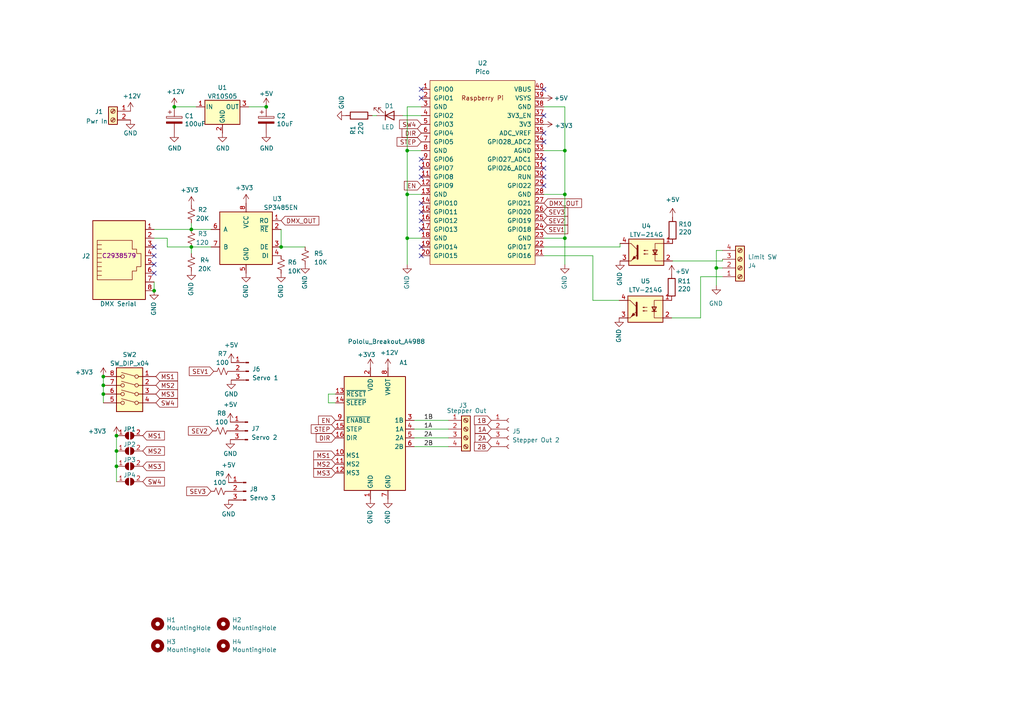
<source format=kicad_sch>
(kicad_sch (version 20230121) (generator eeschema)
  (paper "A4")
  (title_block (title "DMX Stepper") (date "2023-03-12") (rev "v1") (company "Scott Hanson"))
  (lib_symbols
    (symbol "Connector:8P8C" (pin_names (offset 1.016))
      (property "Reference" "J" (at -5.08 13.97 0))
      (property "Value" "8P8C" (at 2.54 13.97 0))
      (symbol "8P8C_0_1"
        (polyline (pts (xy -5.08 4.445) (xy -6.35 4.445)))
        (polyline (pts (xy -5.08 5.715) (xy -6.35 5.715)))
        (polyline (pts (xy -6.35 -3.175) (xy -5.08 -3.175) (xy -5.08 -3.175)))
        (polyline (pts (xy -6.35 -1.905) (xy -5.08 -1.905) (xy -5.08 -1.905)))
        (polyline (pts (xy -6.35 -0.635) (xy -5.08 -0.635) (xy -5.08 -0.635)))
        (polyline (pts (xy -6.35 0.635) (xy -5.08 0.635) (xy -5.08 0.635)))
        (polyline (pts (xy -6.35 1.905) (xy -5.08 1.905) (xy -5.08 1.905)))
        (polyline (pts (xy -5.08 3.175) (xy -6.35 3.175) (xy -6.35 3.175)))
        (polyline (pts (xy -6.35 -4.445) (xy -6.35 6.985) (xy 3.81 6.985) (xy 3.81 4.445) (xy 5.08 4.445) (xy 5.08 3.175) (xy 6.35 3.175) (xy 6.35 -0.635) (xy 5.08 -0.635) (xy 5.08 -1.905) (xy 3.81 -1.905) (xy 3.81 -4.445) (xy -6.35 -4.445) (xy -6.35 -4.445)))
        (rectangle (start 7.62 12.7) (end -7.62 -10.16) (stroke (width 0.254)) (fill (type background)))
      )
      (symbol "8P8C_1_1"
        (pin passive line (at 10.16 -7.62 180) (length 2.54) (name "~") (number "1"))
        (pin passive line (at 10.16 -5.08 180) (length 2.54) (name "~") (number "2"))
        (pin passive line (at 10.16 -2.54 180) (length 2.54) (name "~") (number "3"))
        (pin passive line (at 10.16 0 180) (length 2.54) (name "~") (number "4"))
        (pin passive line (at 10.16 2.54 180) (length 2.54) (name "~") (number "5"))
        (pin passive line (at 10.16 5.08 180) (length 2.54) (name "~") (number "6"))
        (pin passive line (at 10.16 7.62 180) (length 2.54) (name "~") (number "7"))
        (pin passive line (at 10.16 10.16 180) (length 2.54) (name "~") (number "8"))
      )
    )
    (symbol "Connector:Conn_01x03_Pin" (pin_names (offset 1.016) hide)
      (property "Reference" "J" (at 0 5.08 0))
      (property "Value" "Conn_01x03_Pin" (at 0 -5.08 0))
      (symbol "Conn_01x03_Pin_1_1"
        (polyline (pts (xy 1.27 -2.54) (xy 0.8636 -2.54)) (stroke (width 0.1524)))
        (polyline (pts (xy 1.27 0) (xy 0.8636 0)) (stroke (width 0.1524)))
        (polyline (pts (xy 1.27 2.54) (xy 0.8636 2.54)) (stroke (width 0.1524)))
        (rectangle (start 0.8636 -2.413) (end 0 -2.667) (stroke (width 0.1524)) (fill (type outline)))
        (rectangle (start 0.8636 0.127) (end 0 -0.127) (stroke (width 0.1524)) (fill (type outline)))
        (rectangle (start 0.8636 2.667) (end 0 2.413) (stroke (width 0.1524)) (fill (type outline)))
        (pin passive line (at 5.08 2.54 180) (length 3.81) (name "Pin_1") (number "1"))
        (pin passive line (at 5.08 0 180) (length 3.81) (name "Pin_2") (number "2"))
        (pin passive line (at 5.08 -2.54 180) (length 3.81) (name "Pin_3") (number "3"))
      )
    )
    (symbol "Connector:Conn_01x04_Socket" (pin_names (offset 1.016) hide)
      (property "Reference" "J" (at 0 5.08 0))
      (property "Value" "Conn_01x04_Socket" (at 0 -7.62 0))
      (symbol "Conn_01x04_Socket_1_1"
        (arc (start 0 -4.572) (mid -0.5058 -5.08) (end 0 -5.588) (stroke (width 0.1524)))
        (arc (start 0 -2.032) (mid -0.5058 -2.54) (end 0 -3.048) (stroke (width 0.1524)))
        (polyline (pts (xy -1.27 -5.08) (xy -0.508 -5.08)) (stroke (width 0.1524)))
        (polyline (pts (xy -1.27 -2.54) (xy -0.508 -2.54)) (stroke (width 0.1524)))
        (polyline (pts (xy -1.27 0) (xy -0.508 0)) (stroke (width 0.1524)))
        (polyline (pts (xy -1.27 2.54) (xy -0.508 2.54)) (stroke (width 0.1524)))
        (arc (start 0 0.508) (mid -0.5058 0) (end 0 -0.508) (stroke (width 0.1524)))
        (arc (start 0 3.048) (mid -0.5058 2.54) (end 0 2.032) (stroke (width 0.1524)))
        (pin passive line (at -5.08 2.54 0) (length 3.81) (name "Pin_1") (number "1"))
        (pin passive line (at -5.08 0 0) (length 3.81) (name "Pin_2") (number "2"))
        (pin passive line (at -5.08 -2.54 0) (length 3.81) (name "Pin_3") (number "3"))
        (pin passive line (at -5.08 -5.08 0) (length 3.81) (name "Pin_4") (number "4"))
      )
    )
    (symbol "Connector:Screw_Terminal_01x02" (pin_names (offset 1.016) hide)
      (property "Reference" "J" (at 0 2.54 0))
      (property "Value" "Screw_Terminal_01x02" (at 0 -5.08 0))
      (symbol "Screw_Terminal_01x02_1_1"
        (rectangle (start -1.27 1.27) (end 1.27 -3.81) (stroke (width 0.254)) (fill (type background)))
        (circle (center 0 -2.54) (radius 0.635) (stroke (width 0.1524)))
        (polyline (pts (xy -0.5334 -2.2098) (xy 0.3302 -3.048)) (stroke (width 0.1524)))
        (polyline (pts (xy -0.5334 0.3302) (xy 0.3302 -0.508)) (stroke (width 0.1524)))
        (polyline (pts (xy -0.3556 -2.032) (xy 0.508 -2.8702)) (stroke (width 0.1524)))
        (polyline (pts (xy -0.3556 0.508) (xy 0.508 -0.3302)) (stroke (width 0.1524)))
        (circle (center 0 0) (radius 0.635) (stroke (width 0.1524)))
        (pin passive line (at -5.08 0 0) (length 3.81) (name "Pin_1") (number "1"))
        (pin passive line (at -5.08 -2.54 0) (length 3.81) (name "Pin_2") (number "2"))
      )
    )
    (symbol "Connector:Screw_Terminal_01x04" (pin_names (offset 1.016) hide)
      (property "Reference" "J" (at 0 5.08 0))
      (property "Value" "Screw_Terminal_01x04" (at 0 -7.62 0))
      (symbol "Screw_Terminal_01x04_1_1"
        (rectangle (start -1.27 3.81) (end 1.27 -6.35) (stroke (width 0.254)) (fill (type background)))
        (circle (center 0 -5.08) (radius 0.635) (stroke (width 0.1524)))
        (circle (center 0 -2.54) (radius 0.635) (stroke (width 0.1524)))
        (polyline (pts (xy -0.5334 -4.7498) (xy 0.3302 -5.588)) (stroke (width 0.1524)))
        (polyline (pts (xy -0.5334 -2.2098) (xy 0.3302 -3.048)) (stroke (width 0.1524)))
        (polyline (pts (xy -0.5334 0.3302) (xy 0.3302 -0.508)) (stroke (width 0.1524)))
        (polyline (pts (xy -0.5334 2.8702) (xy 0.3302 2.032)) (stroke (width 0.1524)))
        (polyline (pts (xy -0.3556 -4.572) (xy 0.508 -5.4102)) (stroke (width 0.1524)))
        (polyline (pts (xy -0.3556 -2.032) (xy 0.508 -2.8702)) (stroke (width 0.1524)))
        (polyline (pts (xy -0.3556 0.508) (xy 0.508 -0.3302)) (stroke (width 0.1524)))
        (polyline (pts (xy -0.3556 3.048) (xy 0.508 2.2098)) (stroke (width 0.1524)))
        (circle (center 0 0) (radius 0.635) (stroke (width 0.1524)))
        (circle (center 0 2.54) (radius 0.635) (stroke (width 0.1524)))
        (pin passive line (at -5.08 2.54 0) (length 3.81) (name "Pin_1") (number "1"))
        (pin passive line (at -5.08 0 0) (length 3.81) (name "Pin_2") (number "2"))
        (pin passive line (at -5.08 -2.54 0) (length 3.81) (name "Pin_3") (number "3"))
        (pin passive line (at -5.08 -5.08 0) (length 3.81) (name "Pin_4") (number "4"))
      )
    )
    (symbol "Device:C_Polarized" (pin_numbers hide) (pin_names (offset 0.254))
      (property "Reference" "C" (at 0.635 2.54 0))
      (property "Value" "C_Polarized" (at 0.635 -2.54 0))
      (symbol "C_Polarized_0_1"
        (rectangle (start -2.286 0.508) (end 2.286 1.016))
        (polyline (pts (xy -1.778 2.286) (xy -0.762 2.286)))
        (polyline (pts (xy -1.27 2.794) (xy -1.27 1.778)))
        (rectangle (start 2.286 -0.508) (end -2.286 -1.016) (fill (type outline)))
      )
      (symbol "C_Polarized_1_1"
        (pin passive line (at 0 3.81 270) (length 2.794) (name "~") (number "1"))
        (pin passive line (at 0 -3.81 90) (length 2.794) (name "~") (number "2"))
      )
    )
    (symbol "Device:LED" (pin_numbers hide) (pin_names (offset 1.016) hide)
      (property "Reference" "D" (at 0 2.54 0))
      (property "Value" "LED" (at 0 -2.54 0))
      (symbol "LED_0_1"
        (polyline (pts (xy -1.27 -1.27) (xy -1.27 1.27)) (stroke (width 0.254)))
        (polyline (pts (xy -1.27 0) (xy 1.27 0)))
        (polyline (pts (xy 1.27 -1.27) (xy 1.27 1.27) (xy -1.27 0) (xy 1.27 -1.27)) (stroke (width 0.254)))
        (polyline (pts (xy -3.048 -0.762) (xy -4.572 -2.286) (xy -3.81 -2.286) (xy -4.572 -2.286) (xy -4.572 -1.524)))
        (polyline (pts (xy -1.778 -0.762) (xy -3.302 -2.286) (xy -2.54 -2.286) (xy -3.302 -2.286) (xy -3.302 -1.524)))
      )
      (symbol "LED_1_1"
        (pin passive line (at -3.81 0 0) (length 2.54) (name "K") (number "1"))
        (pin passive line (at 3.81 0 180) (length 2.54) (name "A") (number "2"))
      )
    )
    (symbol "Device:R" (pin_numbers hide) (pin_names (offset 0))
      (property "Reference" "R" (at 2.032 0 90))
      (property "Value" "R" (at 0 0 90))
      (symbol "R_0_1"
        (rectangle (start -1.016 -2.54) (end 1.016 2.54) (stroke (width 0.254)))
      )
      (symbol "R_1_1"
        (pin passive line (at 0 3.81 270) (length 1.27) (name "~") (number "1"))
        (pin passive line (at 0 -3.81 90) (length 1.27) (name "~") (number "2"))
      )
    )
    (symbol "Device:R_Small_US" (pin_numbers hide) (pin_names (offset 0.254) hide)
      (property "Reference" "R" (at 0.762 0.508 0))
      (property "Value" "R_Small_US" (at 0.762 -1.016 0))
      (symbol "R_Small_US_1_1"
        (polyline (pts (xy 0 0) (xy 1.016 -0.381) (xy 0 -0.762) (xy -1.016 -1.143) (xy 0 -1.524)))
        (polyline (pts (xy 0 1.524) (xy 1.016 1.143) (xy 0 0.762) (xy -1.016 0.381) (xy 0 0)))
        (pin passive line (at 0 2.54 270) (length 1.016) (name "~") (number "1"))
        (pin passive line (at 0 -2.54 90) (length 1.016) (name "~") (number "2"))
      )
    )
    (symbol "Driver_Motor:Pololu_Breakout_A4988"
      (property "Reference" "A" (at -2.54 19.05 0))
      (property "Value" "Pololu_Breakout_A4988" (at -2.54 16.51 0))
      (symbol "Pololu_Breakout_A4988_0_1"
        (rectangle (start 10.16 -17.78) (end -7.62 15.24) (stroke (width 0.254)) (fill (type background)))
      )
      (symbol "Pololu_Breakout_A4988_1_1"
        (pin power_in line (at 0 -20.32 90) (length 2.54) (name "GND") (number "1"))
        (pin input line (at -10.16 -7.62 0) (length 2.54) (name "MS1") (number "10"))
        (pin input line (at -10.16 -10.16 0) (length 2.54) (name "MS2") (number "11"))
        (pin input line (at -10.16 -12.7 0) (length 2.54) (name "MS3") (number "12"))
        (pin input line (at -10.16 10.16 0) (length 2.54) (name "~{RESET}") (number "13"))
        (pin input line (at -10.16 7.62 0) (length 2.54) (name "~{SLEEP}") (number "14"))
        (pin input line (at -10.16 0 0) (length 2.54) (name "STEP") (number "15"))
        (pin input line (at -10.16 -2.54 0) (length 2.54) (name "DIR") (number "16"))
        (pin power_in line (at 0 17.78 270) (length 2.54) (name "VDD") (number "2"))
        (pin output line (at 12.7 2.54 180) (length 2.54) (name "1B") (number "3"))
        (pin output line (at 12.7 0 180) (length 2.54) (name "1A") (number "4"))
        (pin output line (at 12.7 -2.54 180) (length 2.54) (name "2A") (number "5"))
        (pin output line (at 12.7 -5.08 180) (length 2.54) (name "2B") (number "6"))
        (pin power_in line (at 5.08 -20.32 90) (length 2.54) (name "GND") (number "7"))
        (pin power_in line (at 5.08 17.78 270) (length 2.54) (name "VMOT") (number "8"))
        (pin input line (at -10.16 2.54 0) (length 2.54) (name "~{ENABLE}") (number "9"))
      )
    )
    (symbol "Interface_UART:SP3485EN" (pin_names (offset 1.016))
      (property "Reference" "U" (at -7.62 8.89 0))
      (property "Value" "SP3485EN" (at 2.54 8.89 0))
      (symbol "SP3485EN_0_1"
        (rectangle (start -7.62 7.62) (end 7.62 -7.62) (stroke (width 0.254)) (fill (type background)))
      )
      (symbol "SP3485EN_1_1"
        (pin output line (at -10.16 5.08 0) (length 2.54) (name "RO") (number "1"))
        (pin input line (at -10.16 2.54 0) (length 2.54) (name "~{RE}") (number "2"))
        (pin input line (at -10.16 -2.54 0) (length 2.54) (name "DE") (number "3"))
        (pin input line (at -10.16 -5.08 0) (length 2.54) (name "DI") (number "4"))
        (pin power_in line (at 0 -10.16 90) (length 2.54) (name "GND") (number "5"))
        (pin bidirectional line (at 10.16 2.54 180) (length 2.54) (name "A") (number "6"))
        (pin bidirectional line (at 10.16 -2.54 180) (length 2.54) (name "B") (number "7"))
        (pin power_in line (at 0 10.16 270) (length 2.54) (name "VCC") (number "8"))
      )
    )
    (symbol "Jumper:SolderJumper_2_Open" (pin_names (offset 0) hide)
      (property "Reference" "JP" (at 0 2.032 0))
      (property "Value" "SolderJumper_2_Open" (at 0 -2.54 0))
      (symbol "SolderJumper_2_Open_0_1"
        (arc (start -0.254 1.016) (mid -1.2656 0) (end -0.254 -1.016))
        (arc (start -0.254 1.016) (mid -1.2656 0) (end -0.254 -1.016) (fill (type outline)))
        (polyline (pts (xy -0.254 1.016) (xy -0.254 -1.016)))
        (polyline (pts (xy 0.254 1.016) (xy 0.254 -1.016)))
        (arc (start 0.254 -1.016) (mid 1.2656 0) (end 0.254 1.016))
        (arc (start 0.254 -1.016) (mid 1.2656 0) (end 0.254 1.016) (fill (type outline)))
      )
      (symbol "SolderJumper_2_Open_1_1"
        (pin passive line (at -3.81 0 0) (length 2.54) (name "A") (number "1"))
        (pin passive line (at 3.81 0 180) (length 2.54) (name "B") (number "2"))
      )
    )
    (symbol "LTV-214:LTV-214G" (pin_names (offset 1.016))
      (property "Reference" "U" (at -5.334 4.826 0))
      (property "Value" "LTV-214G" (at 0 5.08 0))
      (symbol "LTV-214G_0_1"
        (rectangle (start -5.08 3.81) (end 5.08 -3.81) (stroke (width 0.254)) (fill (type background)))
        (polyline (pts (xy -3.175 -0.635) (xy -1.905 -0.635)) (stroke (width 0.254)))
        (polyline (pts (xy 2.54 0.635) (xy 4.445 2.54)))
        (polyline (pts (xy 4.445 -2.54) (xy 2.54 -0.635)) (fill (type outline)))
        (polyline (pts (xy 4.445 -2.54) (xy 5.08 -2.54)))
        (polyline (pts (xy 4.445 2.54) (xy 5.08 2.54)))
        (polyline (pts (xy -5.08 2.54) (xy -2.54 2.54) (xy -2.54 -0.762)))
        (polyline (pts (xy -2.54 -0.635) (xy -2.54 -2.54) (xy -5.08 -2.54)))
        (polyline (pts (xy 2.54 1.905) (xy 2.54 -1.905) (xy 2.54 -1.905)) (stroke (width 0.508)))
        (polyline (pts (xy -2.54 -0.635) (xy -3.175 0.635) (xy -1.905 0.635) (xy -2.54 -0.635)) (stroke (width 0.254)))
        (polyline (pts (xy -0.508 -0.508) (xy 0.762 -0.508) (xy 0.381 -0.635) (xy 0.381 -0.381) (xy 0.762 -0.508)))
        (polyline (pts (xy -0.508 0.508) (xy 0.762 0.508) (xy 0.381 0.381) (xy 0.381 0.635) (xy 0.762 0.508)))
        (polyline (pts (xy 3.048 -1.651) (xy 3.556 -1.143) (xy 4.064 -2.159) (xy 3.048 -1.651) (xy 3.048 -1.651)) (fill (type outline)))
      )
      (symbol "LTV-214G_1_1"
        (pin passive line (at -7.62 2.54 0) (length 2.54) (name "~") (number "1"))
        (pin passive line (at -7.62 -2.54 0) (length 2.54) (name "~") (number "2"))
        (pin passive line (at 7.62 -2.54 180) (length 2.54) (name "~") (number "3"))
        (pin passive line (at 7.62 2.54 180) (length 2.54) (name "~") (number "4"))
      )
    )
    (symbol "MCU_RaspberryPi_and_Boards:Pico" (pin_names (offset 1.016))
      (property "Reference" "U1" (at 0 31.75 0))
      (property "Value" "Pico" (at 0 29.21 0))
      (symbol "Pico_0_0"
        (text "Raspberry Pi" (at 0 21.59 0) (effects (font (size 1.27 1.27))))
      )
      (symbol "Pico_0_1"
        (rectangle (start -15.24 26.67) (end 15.24 -26.67) (fill (type background)))
      )
      (symbol "Pico_1_1"
        (pin bidirectional line (at -17.78 24.13 0) (length 2.54) (name "GPIO0") (number "1"))
        (pin bidirectional line (at -17.78 1.27 0) (length 2.54) (name "GPIO7") (number "10"))
        (pin bidirectional line (at -17.78 -1.27 0) (length 2.54) (name "GPIO8") (number "11"))
        (pin bidirectional line (at -17.78 -3.81 0) (length 2.54) (name "GPIO9") (number "12"))
        (pin power_in line (at -17.78 -6.35 0) (length 2.54) (name "GND") (number "13"))
        (pin bidirectional line (at -17.78 -8.89 0) (length 2.54) (name "GPIO10") (number "14"))
        (pin bidirectional line (at -17.78 -11.43 0) (length 2.54) (name "GPIO11") (number "15"))
        (pin bidirectional line (at -17.78 -13.97 0) (length 2.54) (name "GPIO12") (number "16"))
        (pin bidirectional line (at -17.78 -16.51 0) (length 2.54) (name "GPIO13") (number "17"))
        (pin power_in line (at -17.78 -19.05 0) (length 2.54) (name "GND") (number "18"))
        (pin bidirectional line (at -17.78 -21.59 0) (length 2.54) (name "GPIO14") (number "19"))
        (pin bidirectional line (at -17.78 21.59 0) (length 2.54) (name "GPIO1") (number "2"))
        (pin bidirectional line (at -17.78 -24.13 0) (length 2.54) (name "GPIO15") (number "20"))
        (pin bidirectional line (at 17.78 -24.13 180) (length 2.54) (name "GPIO16") (number "21"))
        (pin bidirectional line (at 17.78 -21.59 180) (length 2.54) (name "GPIO17") (number "22"))
        (pin power_in line (at 17.78 -19.05 180) (length 2.54) (name "GND") (number "23"))
        (pin bidirectional line (at 17.78 -16.51 180) (length 2.54) (name "GPIO18") (number "24"))
        (pin bidirectional line (at 17.78 -13.97 180) (length 2.54) (name "GPIO19") (number "25"))
        (pin bidirectional line (at 17.78 -11.43 180) (length 2.54) (name "GPIO20") (number "26"))
        (pin bidirectional line (at 17.78 -8.89 180) (length 2.54) (name "GPIO21") (number "27"))
        (pin power_in line (at 17.78 -6.35 180) (length 2.54) (name "GND") (number "28"))
        (pin bidirectional line (at 17.78 -3.81 180) (length 2.54) (name "GPIO22") (number "29"))
        (pin power_in line (at -17.78 19.05 0) (length 2.54) (name "GND") (number "3"))
        (pin input line (at 17.78 -1.27 180) (length 2.54) (name "RUN") (number "30"))
        (pin bidirectional line (at 17.78 1.27 180) (length 2.54) (name "GPIO26_ADC0") (number "31"))
        (pin bidirectional line (at 17.78 3.81 180) (length 2.54) (name "GPIO27_ADC1") (number "32"))
        (pin power_in line (at 17.78 6.35 180) (length 2.54) (name "AGND") (number "33"))
        (pin bidirectional line (at 17.78 8.89 180) (length 2.54) (name "GPIO28_ADC2") (number "34"))
        (pin unspecified line (at 17.78 11.43 180) (length 2.54) (name "ADC_VREF") (number "35"))
        (pin unspecified line (at 17.78 13.97 180) (length 2.54) (name "3V3") (number "36"))
        (pin input line (at 17.78 16.51 180) (length 2.54) (name "3V3_EN") (number "37"))
        (pin bidirectional line (at 17.78 19.05 180) (length 2.54) (name "GND") (number "38"))
        (pin unspecified line (at 17.78 21.59 180) (length 2.54) (name "VSYS") (number "39"))
        (pin bidirectional line (at -17.78 16.51 0) (length 2.54) (name "GPIO2") (number "4"))
        (pin unspecified line (at 17.78 24.13 180) (length 2.54) (name "VBUS") (number "40"))
        (pin bidirectional line (at -17.78 13.97 0) (length 2.54) (name "GPIO3") (number "5"))
        (pin bidirectional line (at -17.78 11.43 0) (length 2.54) (name "GPIO4") (number "6"))
        (pin bidirectional line (at -17.78 8.89 0) (length 2.54) (name "GPIO5") (number "7"))
        (pin power_in line (at -17.78 6.35 0) (length 2.54) (name "GND") (number "8"))
        (pin bidirectional line (at -17.78 3.81 0) (length 2.54) (name "GPIO6") (number "9"))
      )
    )
    (symbol "Mechanical:MountingHole" (pin_names (offset 1.016))
      (property "Reference" "H" (at 0 5.08 0))
      (property "Value" "MountingHole" (at 0 3.175 0))
      (symbol "MountingHole_0_1"
        (circle (center 0 0) (radius 1.27) (stroke (width 1.27)))
      )
    )
    (symbol "Regulator_Linear:L7805" (pin_names (offset 0.254))
      (property "Reference" "U" (at -3.81 3.175 0))
      (property "Value" "L7805" (at 0 3.175 0))
      (symbol "L7805_0_1"
        (rectangle (start -5.08 1.905) (end 5.08 -5.08) (stroke (width 0.254)) (fill (type background)))
      )
      (symbol "L7805_1_1"
        (pin power_in line (at -7.62 0 0) (length 2.54) (name "IN") (number "1"))
        (pin power_in line (at 0 -7.62 90) (length 2.54) (name "GND") (number "2"))
        (pin power_out line (at 7.62 0 180) (length 2.54) (name "OUT") (number "3"))
      )
    )
    (symbol "Switch:SW_DIP_x04" (pin_names (offset 0) hide)
      (property "Reference" "SW" (at 0 8.89 0))
      (property "Value" "SW_DIP_x04" (at 0 -6.35 0))
      (symbol "SW_DIP_x04_0_0"
        (circle (center -2.032 -2.54) (radius 0.508))
        (circle (center -2.032 0) (radius 0.508))
        (circle (center -2.032 2.54) (radius 0.508))
        (circle (center -2.032 5.08) (radius 0.508))
        (polyline (pts (xy -1.524 -2.3876) (xy 2.3622 -1.3462)))
        (polyline (pts (xy -1.524 0.127) (xy 2.3622 1.1684)))
        (polyline (pts (xy -1.524 2.667) (xy 2.3622 3.7084)))
        (polyline (pts (xy -1.524 5.207) (xy 2.3622 6.2484)))
        (circle (center 2.032 -2.54) (radius 0.508))
        (circle (center 2.032 0) (radius 0.508))
        (circle (center 2.032 2.54) (radius 0.508))
        (circle (center 2.032 5.08) (radius 0.508))
      )
      (symbol "SW_DIP_x04_0_1"
        (rectangle (start -3.81 7.62) (end 3.81 -5.08) (stroke (width 0.254)) (fill (type background)))
      )
      (symbol "SW_DIP_x04_1_1"
        (pin passive line (at -7.62 5.08 0) (length 5.08) (name "~") (number "1"))
        (pin passive line (at -7.62 2.54 0) (length 5.08) (name "~") (number "2"))
        (pin passive line (at -7.62 0 0) (length 5.08) (name "~") (number "3"))
        (pin passive line (at -7.62 -2.54 0) (length 5.08) (name "~") (number "4"))
        (pin passive line (at 7.62 -2.54 180) (length 5.08) (name "~") (number "5"))
        (pin passive line (at 7.62 0 180) (length 5.08) (name "~") (number "6"))
        (pin passive line (at 7.62 2.54 180) (length 5.08) (name "~") (number "7"))
        (pin passive line (at 7.62 5.08 180) (length 5.08) (name "~") (number "8"))
      )
    )
    (symbol "power:+12V" (power) (pin_names (offset 0))
      (property "Value" "+12V" (at 0 3.556 0))
      (symbol "+12V_0_1"
        (polyline (pts (xy -0.762 1.27) (xy 0 2.54)))
        (polyline (pts (xy 0 0) (xy 0 2.54)))
        (polyline (pts (xy 0 2.54) (xy 0.762 1.27)))
      )
      (symbol "+12V_1_1"
        (pin power_in line (at 0 0 90) (length 0) hide (name "+12V") (number "1"))
      )
    )
    (symbol "power:+3.3V" (power) (pin_names (offset 0))
      (property "Value" "+3.3V" (at 0 3.556 0))
      (symbol "+3.3V_0_1"
        (polyline (pts (xy -0.762 1.27) (xy 0 2.54)))
        (polyline (pts (xy 0 0) (xy 0 2.54)))
        (polyline (pts (xy 0 2.54) (xy 0.762 1.27)))
      )
      (symbol "+3.3V_1_1"
        (pin power_in line (at 0 0 90) (length 0) hide (name "+3V3") (number "1"))
      )
    )
    (symbol "power:+5V" (power) (pin_names (offset 0))
      (property "Value" "+5V" (at 0 3.556 0))
      (symbol "+5V_0_1"
        (polyline (pts (xy -0.762 1.27) (xy 0 2.54)))
        (polyline (pts (xy 0 0) (xy 0 2.54)))
        (polyline (pts (xy 0 2.54) (xy 0.762 1.27)))
      )
      (symbol "+5V_1_1"
        (pin power_in line (at 0 0 90) (length 0) hide (name "+5V") (number "1"))
      )
    )
    (symbol "power:GND" (power) (pin_names (offset 0))
      (property "Value" "GND" (at 0 -3.81 0))
      (symbol "GND_0_1"
        (polyline (pts (xy 0 0) (xy 0 -1.27) (xy 1.27 -1.27) (xy 0 -2.54) (xy -1.27 -1.27) (xy 0 -1.27)))
      )
      (symbol "GND_1_1"
        (pin power_in line (at 0 0 270) (length 0) hide (name "GND") (number "1"))
      )
    )
  )
  (junction (at 163.83 56.388))
  (junction (at 55.499 66.548))
  (junction (at 81.534 71.628))
  (junction (at 55.499 71.628))
  (junction (at 207.772 77.724))
  (junction (at 50.546 30.988))
  (junction (at 29.972 109.22))
  (junction (at 118.11 43.688))
  (junction (at 29.972 111.76))
  (junction (at 33.782 130.81))
  (junction (at 118.11 69.088))
  (junction (at 77.216 30.988))
  (junction (at 29.972 114.3))
  (junction (at 163.83 43.688))
  (junction (at 118.11 56.388))
  (junction (at 33.782 135.255))
  (junction (at 163.83 69.088))
  (junction (at 44.704 84.328))
  (junction (at 33.782 126.365))
  (no_connect (at 122.174 46.228))
  (no_connect (at 122.174 71.628))
  (no_connect (at 157.734 25.908))
  (no_connect (at 157.734 53.848))
  (no_connect (at 44.704 71.628))
  (no_connect (at 122.174 51.308))
  (no_connect (at 122.174 66.548))
  (no_connect (at 157.734 41.148))
  (no_connect (at 122.174 58.928))
  (no_connect (at 44.704 74.168))
  (no_connect (at 122.174 74.168))
  (no_connect (at 157.734 38.608))
  (no_connect (at 122.174 64.008))
  (no_connect (at 122.174 28.448))
  (no_connect (at 122.174 48.768))
  (no_connect (at 157.734 33.528))
  (no_connect (at 122.174 25.908))
  (no_connect (at 157.734 51.308))
  (no_connect (at 44.704 76.708))
  (no_connect (at 44.704 79.248))
  (no_connect (at 157.734 46.228))
  (no_connect (at 157.734 48.768))
  (no_connect (at 122.174 61.468))
  (wire (pts (xy 61.214 71.628) (xy 55.499 71.628)))
  (wire (pts (xy 118.11 30.988) (xy 118.11 43.688)))
  (wire (pts (xy 44.704 81.788) (xy 44.704 84.328)))
  (wire (pts (xy 55.499 66.548) (xy 61.214 66.548)))
  (wire (pts (xy 81.534 66.548) (xy 81.534 71.628)))
  (wire (pts (xy 157.734 56.388) (xy 163.83 56.388)))
  (wire (pts (xy 29.972 114.3) (xy 29.972 116.84)))
  (wire (pts (xy 118.11 69.088) (xy 118.11 76.708)))
  (wire (pts (xy 207.772 72.644) (xy 207.772 77.724)))
  (wire (pts (xy 56.896 30.988) (xy 50.546 30.988)))
  (wire (pts (xy 157.734 74.168) (xy 171.958 74.168)))
  (wire (pts (xy 163.83 56.388) (xy 163.83 69.088)))
  (wire (pts (xy 130.048 121.92) (xy 120.142 121.92)))
  (wire (pts (xy 203.2 92.202) (xy 203.2 80.264)))
  (wire (pts (xy 171.958 87.122) (xy 179.578 87.122)))
  (wire (pts (xy 157.734 43.688) (xy 163.83 43.688)))
  (wire (pts (xy 157.734 61.468) (xy 157.607 61.468)))
  (wire (pts (xy 203.2 80.264) (xy 209.55 80.264)))
  (wire (pts (xy 179.832 71.628) (xy 179.832 70.612)))
  (wire (pts (xy 33.782 135.255) (xy 33.782 139.7)))
  (wire (pts (xy 209.55 72.644) (xy 207.772 72.644)))
  (wire (pts (xy 29.972 111.76) (xy 29.972 114.3)))
  (wire (pts (xy 157.734 28.448) (xy 157.607 28.448)))
  (wire (pts (xy 195.072 75.692) (xy 209.55 75.692)))
  (wire (pts (xy 207.772 82.804) (xy 207.772 77.724)))
  (wire (pts (xy 29.972 109.22) (xy 29.972 111.76)))
  (wire (pts (xy 55.499 64.643) (xy 55.499 66.548)))
  (wire (pts (xy 157.734 71.628) (xy 179.832 71.628)))
  (wire (pts (xy 118.11 43.688) (xy 118.11 56.388)))
  (wire (pts (xy 48.514 69.088) (xy 44.704 69.088)))
  (wire (pts (xy 95.25 116.84) (xy 97.282 116.84)))
  (wire (pts (xy 122.174 56.388) (xy 118.11 56.388)))
  (wire (pts (xy 157.734 36.068) (xy 157.607 36.068)))
  (wire (pts (xy 116.84 33.528) (xy 122.174 33.528)))
  (wire (pts (xy 209.55 75.692) (xy 209.55 75.184)))
  (wire (pts (xy 109.22 33.528) (xy 107.95 33.528)))
  (wire (pts (xy 163.83 69.088) (xy 163.83 76.708)))
  (wire (pts (xy 48.514 71.628) (xy 48.514 69.088)))
  (wire (pts (xy 207.772 77.724) (xy 209.55 77.724)))
  (wire (pts (xy 130.048 124.46) (xy 120.142 124.46)))
  (wire (pts (xy 157.734 66.548) (xy 157.607 66.548)))
  (wire (pts (xy 194.818 92.202) (xy 203.2 92.202)))
  (wire (pts (xy 163.83 30.988) (xy 163.83 43.688)))
  (wire (pts (xy 55.499 71.628) (xy 55.499 73.533)))
  (wire (pts (xy 55.499 71.628) (xy 48.514 71.628)))
  (wire (pts (xy 163.83 43.688) (xy 163.83 56.388)))
  (wire (pts (xy 97.282 114.3) (xy 95.25 114.3)))
  (wire (pts (xy 95.25 114.3) (xy 95.25 116.84)))
  (wire (pts (xy 157.734 30.988) (xy 163.83 30.988)))
  (wire (pts (xy 81.534 71.628) (xy 88.519 71.628)))
  (wire (pts (xy 33.782 126.365) (xy 33.782 130.81)))
  (wire (pts (xy 122.174 30.988) (xy 118.11 30.988)))
  (wire (pts (xy 33.782 130.81) (xy 33.782 135.255)))
  (wire (pts (xy 44.704 66.548) (xy 55.499 66.548)))
  (wire (pts (xy 157.734 69.088) (xy 163.83 69.088)))
  (wire (pts (xy 157.734 64.008) (xy 157.607 64.008)))
  (wire (pts (xy 171.958 74.168) (xy 171.958 87.122)))
  (wire (pts (xy 72.136 30.988) (xy 77.216 30.988)))
  (wire (pts (xy 122.174 69.088) (xy 118.11 69.088)))
  (wire (pts (xy 122.174 43.688) (xy 118.11 43.688)))
  (wire (pts (xy 130.048 127) (xy 120.142 127)))
  (wire (pts (xy 130.048 129.54) (xy 120.142 129.54)))
  (wire (pts (xy 118.11 56.388) (xy 118.11 69.088)))
  (label "2B" (at 122.936 129.54 0))
  (label "1B" (at 122.936 121.92 0))
  (label "1A" (at 122.936 124.46 0))
  (label "2A" (at 122.936 127 0))
  (global_label "SEV3" (shape input) (at 61.214 142.494 180) (property "Intersheetrefs" "${INTERSHEET_REFS}" (effects hide)))
  (global_label "MS2" (shape input) (at 97.282 134.62 180) (property "Intersheetrefs" "${INTERSHEET_REFS}" (effects hide)))
  (global_label "SEV3" (shape input) (at 157.607 61.468 0) (property "Intersheetrefs" "${INTERSHEET_REFS}" (effects hide)))
  (global_label "MS2" (shape input) (at 41.402 130.81 0) (property "Intersheetrefs" "${INTERSHEET_REFS}" (effects hide)))
  (global_label "MS3" (shape input) (at 41.402 135.255 0) (property "Intersheetrefs" "${INTERSHEET_REFS}" (effects hide)))
  (global_label "DIR" (shape input) (at 97.282 127 180) (property "Intersheetrefs" "${INTERSHEET_REFS}" (effects hide)))
  (global_label "SEV2" (shape input) (at 157.607 64.008 0) (property "Intersheetrefs" "${INTERSHEET_REFS}" (effects hide)))
  (global_label "SEV2" (shape input) (at 61.722 124.968 180) (property "Intersheetrefs" "${INTERSHEET_REFS}" (effects hide)))
  (global_label "1B" (shape input) (at 142.494 121.92 180) (property "Intersheetrefs" "${INTERSHEET_REFS}" (effects hide)))
  (global_label "STEP" (shape input) (at 97.282 124.46 180) (property "Intersheetrefs" "${INTERSHEET_REFS}" (effects hide)))
  (global_label "SW4" (shape input) (at 41.402 139.7 0) (property "Intersheetrefs" "${INTERSHEET_REFS}" (effects hide)))
  (global_label "EN" (shape input) (at 97.282 121.92 180) (property "Intersheetrefs" "${INTERSHEET_REFS}" (effects hide)))
  (global_label "SEV1" (shape input) (at 61.976 107.696 180) (property "Intersheetrefs" "${INTERSHEET_REFS}" (effects hide)))
  (global_label "SW4" (shape input) (at 45.212 116.84 0) (property "Intersheetrefs" "${INTERSHEET_REFS}" (effects hide)))
  (global_label "MS1" (shape input) (at 45.212 109.22 0) (property "Intersheetrefs" "${INTERSHEET_REFS}" (effects hide)))
  (global_label "MS1" (shape input) (at 97.282 132.08 180) (property "Intersheetrefs" "${INTERSHEET_REFS}" (effects hide)))
  (global_label "MS2" (shape input) (at 45.212 111.76 0) (property "Intersheetrefs" "${INTERSHEET_REFS}" (effects hide)))
  (global_label "SW4" (shape input) (at 122.174 36.068 180) (property "Intersheetrefs" "${INTERSHEET_REFS}" (effects hide)))
  (global_label "EN" (shape input) (at 122.174 53.848 180) (property "Intersheetrefs" "${INTERSHEET_REFS}" (effects hide)))
  (global_label "DIR" (shape input) (at 122.174 38.608 180) (property "Intersheetrefs" "${INTERSHEET_REFS}" (effects hide)))
  (global_label "MS3" (shape input) (at 45.212 114.3 0) (property "Intersheetrefs" "${INTERSHEET_REFS}" (effects hide)))
  (global_label "DMX_OUT" (shape input) (at 81.534 64.008 0) (property "Intersheetrefs" "${INTERSHEET_REFS}" (effects hide)))
  (global_label "DMX_OUT" (shape input) (at 157.734 58.928 0) (property "Intersheetrefs" "${INTERSHEET_REFS}" (effects hide)))
  (global_label "MS1" (shape input) (at 41.402 126.365 0) (property "Intersheetrefs" "${INTERSHEET_REFS}" (effects hide)))
  (global_label "MS3" (shape input) (at 97.282 137.16 180) (property "Intersheetrefs" "${INTERSHEET_REFS}" (effects hide)))
  (global_label "1A" (shape input) (at 142.494 124.46 180) (property "Intersheetrefs" "${INTERSHEET_REFS}" (effects hide)))
  (global_label "SEV1" (shape input) (at 157.607 66.548 0) (property "Intersheetrefs" "${INTERSHEET_REFS}" (effects hide)))
  (global_label "2A" (shape input) (at 142.494 127 180) (property "Intersheetrefs" "${INTERSHEET_REFS}" (effects hide)))
  (global_label "STEP" (shape input) (at 122.174 41.148 180) (property "Intersheetrefs" "${INTERSHEET_REFS}" (effects hide)))
  (global_label "2B" (shape input) (at 142.494 129.54 180) (property "Intersheetrefs" "${INTERSHEET_REFS}" (effects hide)))
  (symbol (lib_id "Connector:Screw_Terminal_01x02") (at 32.766 32.258 0) (mirror y) (unit 1)
    (property "Reference" "J1" (at 28.702 32.385 0))
    (property "Value" "Pwr In" (at 28.067 35.179 0))
    (property "Footprint" "PicoDMXStepper:BARRIER_BLOCK_1ROW_2POS_P8.26MM" (effects hide))
    (property "LCSC" "C306200" (effects hide))
  )
  (symbol (lib_id "power:GND") (at 37.846 34.798 0) (unit 1)
    (property "Reference" "#PWR07" (effects hide))
    (property "Value" "GND" (at 37.846 38.608 0))
  )
  (symbol (lib_id "power:+5V") (at 77.216 30.988 0) (unit 1)
    (property "Reference" "#PWR05" (effects hide))
    (property "Value" "+5V" (at 77.216 27.178 0))
  )
  (symbol (lib_id "power:+3.3V") (at 157.607 36.068 270) (unit 1)
    (property "Reference" "#PWR03" (effects hide))
    (property "Value" "+3.3V" (at 160.8582 36.449 90) (effects (justify left)))
  )
  (symbol (lib_id "power:GND") (at 71.374 79.248 0) (unit 1)
    (property "Reference" "#PWR018" (effects hide))
    (property "Value" "GND" (at 71.247 84.455 90))
  )
  (symbol (lib_id "Device:C_Polarized") (at 50.546 34.798 0) (unit 1)
    (property "Reference" "C1" (at 53.5432 33.6296 0) (effects (justify left)))
    (property "Value" "100uF" (at 53.5432 35.941 0) (effects (justify left)))
    (property "Footprint" "Capacitor_SMD:C_Elec_8x10.2" (effects hide))
    (property "LCSC" "C445063" (effects hide))
  )
  (symbol (lib_id "Device:C_Polarized") (at 77.216 34.798 0) (unit 1)
    (property "Reference" "C2" (at 80.2132 33.6296 0) (effects (justify left)))
    (property "Value" "10uF" (at 80.2132 35.941 0) (effects (justify left)))
    (property "Footprint" "Capacitor_SMD:C_0603_1608Metric_Pad1.08x0.95mm_HandSolder" (effects hide))
    (property "LCSC" "C19702" (effects hide))
  )
  (symbol (lib_id "power:+12V") (at 50.546 30.988 0) (unit 1)
    (property "Reference" "#PWR04" (effects hide))
    (property "Value" "+12V" (at 50.927 26.5938 0))
  )
  (symbol (lib_id "power:+12V") (at 37.846 32.258 0) (unit 1)
    (property "Reference" "#PWR06" (effects hide))
    (property "Value" "+12V" (at 38.227 27.8638 0))
  )
  (symbol (lib_id "power:GND") (at 77.216 38.608 0) (unit 1)
    (property "Reference" "#PWR011" (effects hide))
    (property "Value" "GND" (at 77.343 43.0022 0))
  )
  (symbol (lib_id "power:GND") (at 64.516 38.608 0) (unit 1)
    (property "Reference" "#PWR010" (effects hide))
    (property "Value" "GND" (at 64.643 43.0022 0))
  )
  (symbol (lib_id "power:GND") (at 50.546 38.608 0) (unit 1)
    (property "Reference" "#PWR09" (effects hide))
    (property "Value" "GND" (at 50.673 43.0022 0))
  )
  (symbol (lib_id "Connector:8P8C") (at 34.544 74.168 0) (mirror x) (unit 1)
    (property "Reference" "J2" (at 26.162 74.2696 0) (effects (justify right)))
    (property "Value" "DMX Serial" (at 39.624 88.138 0) (effects (justify right)))
    (property "Footprint" "PicoDMXStepper:RJ45_Amphenol_54602-x08_Horizontal" (effects hide))
    (property "LCSC" "C2938579" (at 34.544 74.168 0))
  )
  (symbol (lib_id "Mechanical:MountingHole") (at 45.72 180.975 0) (unit 1) (in_bom no)
    (property "Reference" "H1" (at 48.26 179.8066 0) (effects (justify left)))
    (property "Value" "MountingHole" (at 48.26 182.118 0) (effects (justify left)))
    (property "Footprint" "MountingHole:MountingHole_3.7mm" (effects hide))
  )
  (symbol (lib_id "Mechanical:MountingHole") (at 64.77 180.975 0) (unit 1) (in_bom no)
    (property "Reference" "H2" (at 67.31 179.8066 0) (effects (justify left)))
    (property "Value" "MountingHole" (at 67.31 182.118 0) (effects (justify left)))
    (property "Footprint" "MountingHole:MountingHole_3.7mm" (effects hide))
  )
  (symbol (lib_id "Mechanical:MountingHole") (at 45.72 187.325 0) (unit 1) (in_bom no)
    (property "Reference" "H3" (at 48.26 186.1566 0) (effects (justify left)))
    (property "Value" "MountingHole" (at 48.26 188.468 0) (effects (justify left)))
    (property "Footprint" "MountingHole:MountingHole_3.7mm" (effects hide))
  )
  (symbol (lib_id "Mechanical:MountingHole") (at 64.77 187.325 0) (unit 1) (in_bom no)
    (property "Reference" "H4" (at 67.31 186.1566 0) (effects (justify left)))
    (property "Value" "MountingHole" (at 67.31 188.468 0) (effects (justify left)))
    (property "Footprint" "MountingHole:MountingHole_3.7mm" (effects hide))
  )
  (symbol (lib_id "power:+5V") (at 194.818 79.502 0) (mirror y) (unit 1)
    (property "Reference" "#PWR034" (effects hide))
    (property "Value" "+5V" (at 197.866 78.74 0))
  )
  (symbol (lib_id "power:GND") (at 207.772 82.804 0) (unit 1)
    (property "Reference" "#PWR027" (effects hide))
    (property "Value" "GND" (at 207.645 88.011 0))
  )
  (symbol (lib_id "Device:R_Small_US") (at 81.534 76.708 0) (unit 1)
    (property "Reference" "R6" (at 83.439 76.073 0) (effects (justify left)))
    (property "Value" "10K" (at 83.439 78.613 0) (effects (justify left)))
    (property "Footprint" "Resistor_SMD:R_0603_1608Metric_Pad0.98x0.95mm_HandSolder" (effects hide))
    (property "LCSC" "C25804" (effects hide))
  )
  (symbol (lib_id "Device:R_Small_US") (at 64.516 107.696 90) (unit 1)
    (property "Reference" "R7" (at 64.516 102.616 90))
    (property "Value" "100" (at 64.516 105.156 90))
    (property "Footprint" "Resistor_SMD:R_0603_1608Metric_Pad0.98x0.95mm_HandSolder" (effects hide))
  )
  (symbol (lib_id "Jumper:SolderJumper_2_Open") (at 37.592 135.255 0) (unit 1) (in_bom no)
    (property "Reference" "JP3" (at 37.592 133.35 0))
    (property "Value" "MS3" (effects hide))
    (property "Footprint" "Jumper:SolderJumper-2_P1.3mm_Open_Pad1.0x1.5mm" (effects hide))
  )
  (symbol (lib_id "Regulator_Linear:L7805") (at 64.516 30.988 0) (unit 1)
    (property "Reference" "U1" (at 64.516 25.4 0))
    (property "Value" "VR10S05" (at 64.516 27.94 0))
    (property "Footprint" "PicoDMXStepper:VR10S05" (effects hide))
    (property "Datasheet" "http://www.st.com/content/ccc/resource/technical/document/datasheet/41/4f/b3/b0/12/d4/47/88/CD00000444.pdf/files/CD00000444.pdf/jcr:content/translations/en.CD00000444.pdf" (effects hide))
    (property "Digi-Key_PN" "1470-VR10S05-ND" (effects hide))
    (property "MPN" "VR10S05" (effects hide))
  )
  (symbol (lib_id "power:+5V") (at 195.072 62.992 0) (mirror y) (unit 1)
    (property "Reference" "#PWR033" (effects hide))
    (property "Value" "+5V" (at 195.072 57.912 0))
  )
  (symbol (lib_id "power:GND") (at 118.11 76.708 0) (unit 1)
    (property "Reference" "#PWR012" (effects hide))
    (property "Value" "GND" (at 117.983 81.915 90))
  )
  (symbol (lib_id "power:GND") (at 112.522 144.78 0) (unit 1)
    (property "Reference" "#PWR025" (effects hide))
    (property "Value" "GND" (at 112.395 149.987 90))
  )
  (symbol (lib_id "LTV-214:LTV-214G") (at 187.198 89.662 0) (mirror y) (unit 1)
    (property "Reference" "U5" (at 187.198 81.534 0))
    (property "Value" "LTV-214G" (at 187.198 84.074 0))
    (property "Footprint" "PicoDMXStepper:LTV214" (effects hide))
    (property "LCSC" "C133122" (effects hide))
  )
  (symbol (lib_id "power:+5V") (at 67.056 105.156 0) (unit 1)
    (property "Reference" "#PWR029" (effects hide))
    (property "Value" "+5V" (at 67.056 100.076 0))
  )
  (symbol (lib_id "Device:LED") (at 113.03 33.528 0) (mirror x) (unit 1)
    (property "Reference" "D1" (at 112.903 30.734 0))
    (property "Value" "LED" (at 112.522 36.83 0))
    (property "Footprint" "LED_SMD:LED_0603_1608Metric_Pad1.05x0.95mm_HandSolder" (effects hide))
    (property "LCSC" "C72043" (effects hide))
  )
  (symbol (lib_id "LTV-214:LTV-214G") (at 187.452 73.152 0) (mirror y) (unit 1)
    (property "Reference" "U4" (at 187.452 65.532 0))
    (property "Value" "LTV-214G" (at 187.452 68.072 0))
    (property "Footprint" "PicoDMXStepper:LTV214" (effects hide))
    (property "LCSC" "C133122" (effects hide))
  )
  (symbol (lib_id "power:GND") (at 179.832 75.692 0) (unit 1)
    (property "Reference" "#PWR035" (effects hide))
    (property "Value" "GND" (at 179.705 80.899 90))
  )
  (symbol (lib_id "power:GND") (at 163.83 76.708 0) (unit 1)
    (property "Reference" "#PWR013" (effects hide))
    (property "Value" "GND" (at 163.703 81.915 90))
  )
  (symbol (lib_id "Device:R_Small_US") (at 55.499 76.073 0) (unit 1)
    (property "Reference" "R4" (at 58.039 75.438 0) (effects (justify left)))
    (property "Value" "20K" (at 57.404 77.978 0) (effects (justify left)))
    (property "Footprint" "Resistor_SMD:R_0603_1608Metric_Pad0.98x0.95mm_HandSolder" (effects hide))
    (property "LCSC_PN" "C4184" (effects hide))
    (property "LCSC" "C4184" (effects hide))
  )
  (symbol (lib_id "Connector:Conn_01x03_Pin") (at 71.374 142.494 0) (mirror y) (unit 1)
    (property "Reference" "J8" (at 72.39 141.859 0) (effects (justify right)))
    (property "Value" "Servo 3" (at 72.39 144.399 0) (effects (justify right)))
    (property "Footprint" "Connector_PinHeader_2.54mm:PinHeader_1x03_P2.54mm_Vertical" (effects hide))
  )
  (symbol (lib_id "power:GND") (at 179.578 92.202 0) (unit 1)
    (property "Reference" "#PWR036" (effects hide))
    (property "Value" "GND" (at 179.451 97.409 90))
  )
  (symbol (lib_id "Connector:Conn_01x03_Pin") (at 71.882 124.968 0) (mirror y) (unit 1)
    (property "Reference" "J7" (at 72.898 124.333 0) (effects (justify right)))
    (property "Value" "Servo 2" (at 72.898 126.873 0) (effects (justify right)))
    (property "Footprint" "Connector_PinHeader_2.54mm:PinHeader_1x03_P2.54mm_Vertical" (effects hide))
  )
  (symbol (lib_id "power:GND") (at 81.534 79.248 0) (unit 1)
    (property "Reference" "#PWR019" (effects hide))
    (property "Value" "GND" (at 81.407 84.455 90))
  )
  (symbol (lib_id "power:+12V") (at 112.522 106.68 0) (unit 1)
    (property "Reference" "#PWR021" (effects hide))
    (property "Value" "+12V" (at 112.903 102.2858 0))
  )
  (symbol (lib_id "power:GND") (at 107.442 144.78 0) (unit 1)
    (property "Reference" "#PWR024" (effects hide))
    (property "Value" "GND" (at 107.315 149.987 90))
  )
  (symbol (lib_id "Device:R_Small_US") (at 63.754 142.494 90) (unit 1)
    (property "Reference" "R9" (at 63.754 137.414 90))
    (property "Value" "100" (at 63.754 139.954 90))
    (property "Footprint" "Resistor_SMD:R_0603_1608Metric_Pad0.98x0.95mm_HandSolder" (effects hide))
  )
  (symbol (lib_id "power:GND") (at 66.802 127.508 0) (unit 1)
    (property "Reference" "#PWR08" (effects hide))
    (property "Value" "GND" (at 66.802 131.572 0))
  )
  (symbol (lib_id "Device:R") (at 194.818 83.312 0) (mirror y) (unit 1)
    (property "Reference" "R11" (at 200.406 81.534 0) (effects (justify left)))
    (property "Value" "220" (at 200.406 83.82 0) (effects (justify left)))
    (property "Footprint" "Resistor_SMD:R_0603_1608Metric_Pad0.98x0.95mm_HandSolder" (effects hide))
    (property "LCSC" "C23345" (effects hide))
  )
  (symbol (lib_id "MCU_RaspberryPi_and_Boards:Pico") (at 139.954 50.038 0) (unit 1)
    (property "Reference" "U2" (at 139.954 18.288 0))
    (property "Value" "Pico" (at 139.954 20.828 0))
    (property "Footprint" "MCU_RaspberryPi_and_Boards:RPi_Pico_SMD_TH" (effects hide))
  )
  (symbol (lib_id "Jumper:SolderJumper_2_Open") (at 37.592 130.81 0) (unit 1) (in_bom no)
    (property "Reference" "JP2" (at 37.592 128.905 0))
    (property "Value" "MS2" (effects hide))
    (property "Footprint" "Jumper:SolderJumper-2_P1.3mm_Open_Pad1.0x1.5mm" (effects hide))
  )
  (symbol (lib_id "power:+3.3V") (at 29.972 109.22 0) (unit 1)
    (property "Reference" "#PWR023" (effects hide))
    (property "Value" "+3.3V" (at 21.717 107.95 0) (effects (justify left)))
  )
  (symbol (lib_id "Switch:SW_DIP_x04") (at 37.592 114.3 0) (mirror y) (unit 1)
    (property "Reference" "SW2" (at 37.592 102.87 0))
    (property "Value" "SW_DIP_x04" (at 37.592 105.41 0))
    (property "Footprint" "Button_Switch_THT:SW_DIP_SPSTx04_Slide_6.7x11.72mm_W7.62mm_P2.54mm_LowProfile" (effects hide))
    (property "LCSC" "C509571" (effects hide))
  )
  (symbol (lib_id "power:+3.3V") (at 71.374 58.928 0) (unit 1)
    (property "Reference" "#PWR014" (effects hide))
    (property "Value" "+3.3V" (at 68.199 54.483 0) (effects (justify left)))
  )
  (symbol (lib_id "Connector:Screw_Terminal_01x04") (at 135.128 124.46 0) (unit 1)
    (property "Reference" "J3" (at 133.096 117.602 0) (effects (justify left)))
    (property "Value" "Stepper Out" (at 129.54 119.126 0) (effects (justify left)))
    (property "Footprint" "TerminalBlock_Phoenix:TerminalBlock_Phoenix_MKDS-1,5-4_1x04_P5.00mm_Horizontal" (effects hide))
    (property "LCSC" "C192779" (effects hide))
  )
  (symbol (lib_id "Connector:Conn_01x03_Pin") (at 72.136 107.696 0) (mirror y) (unit 1)
    (property "Reference" "J6" (at 73.152 107.061 0) (effects (justify right)))
    (property "Value" "Servo 1" (at 73.152 109.601 0) (effects (justify right)))
    (property "Footprint" "Connector_PinHeader_2.54mm:PinHeader_1x03_P2.54mm_Vertical" (effects hide))
  )
  (symbol (lib_id "Jumper:SolderJumper_2_Open") (at 37.592 126.365 0) (unit 1) (in_bom no)
    (property "Reference" "JP1" (at 37.592 124.46 0))
    (property "Value" "MS1" (effects hide))
    (property "Footprint" "Jumper:SolderJumper-2_P1.3mm_Open_Pad1.0x1.5mm" (effects hide))
  )
  (symbol (lib_id "power:+5V") (at 66.802 122.428 0) (unit 1)
    (property "Reference" "#PWR030" (effects hide))
    (property "Value" "+5V" (at 66.802 117.348 0))
  )
  (symbol (lib_id "Device:R_Small_US") (at 88.519 74.168 0) (unit 1)
    (property "Reference" "R5" (at 91.059 73.533 0) (effects (justify left)))
    (property "Value" "10K" (at 91.059 76.073 0) (effects (justify left)))
    (property "Footprint" "Resistor_SMD:R_0603_1608Metric_Pad0.98x0.95mm_HandSolder" (effects hide))
    (property "LCSC" "C25804" (effects hide))
  )
  (symbol (lib_id "Interface_UART:SP3485EN") (at 71.374 69.088 0) (mirror y) (unit 1)
    (property "Reference" "U3" (at 78.994 57.658 0) (effects (justify right)))
    (property "Value" "SP3485EN" (at 76.454 60.198 0) (effects (justify right)))
    (property "Footprint" "Package_SO:SOIC-8_3.9x4.9mm_P1.27mm" (effects hide))
    (property "Datasheet" "http://www.icbase.com/pdf/SPX/SPX00480106.pdf" (effects hide))
    (property "LCSC_PN" "C8963" (effects hide))
    (property "LCSC" "C8963" (effects hide))
  )
  (symbol (lib_id "power:+5V") (at 157.607 28.448 270) (unit 1)
    (property "Reference" "#PWR01" (effects hide))
    (property "Value" "+5V" (at 162.687 28.448 90))
  )
  (symbol (lib_id "Device:R_Small_US") (at 64.262 124.968 90) (unit 1)
    (property "Reference" "R8" (at 64.262 119.888 90))
    (property "Value" "100" (at 64.262 122.428 90))
    (property "Footprint" "Resistor_SMD:R_0603_1608Metric_Pad0.98x0.95mm_HandSolder" (effects hide))
  )
  (symbol (lib_id "Device:R") (at 195.072 66.802 0) (mirror y) (unit 1)
    (property "Reference" "R10" (at 200.66 65.024 0) (effects (justify left)))
    (property "Value" "220" (at 200.66 67.31 0) (effects (justify left)))
    (property "Footprint" "Resistor_SMD:R_0603_1608Metric_Pad0.98x0.95mm_HandSolder" (effects hide))
    (property "LCSC" "C23345" (effects hide))
  )
  (symbol (lib_id "Device:R_Small_US") (at 55.499 69.088 0) (unit 1)
    (property "Reference" "R3" (at 57.404 67.818 0) (effects (justify left)))
    (property "Value" "120" (at 56.769 70.358 0) (effects (justify left)))
    (property "Footprint" "Resistor_SMD:R_0603_1608Metric_Pad0.98x0.95mm_HandSolder" (effects hide))
    (property "LCSC" "C72043" (effects hide))
  )
  (symbol (lib_id "power:GND") (at 55.499 78.613 0) (unit 1)
    (property "Reference" "#PWR017" (effects hide))
    (property "Value" "GND" (at 55.372 83.82 90))
  )
  (symbol (lib_id "power:GND") (at 88.519 76.708 0) (unit 1)
    (property "Reference" "#PWR016" (effects hide))
    (property "Value" "GND" (at 88.392 81.915 90))
  )
  (symbol (lib_id "Jumper:SolderJumper_2_Open") (at 37.592 139.7 0) (unit 1) (in_bom no)
    (property "Reference" "JP4" (at 37.592 137.795 0))
    (property "Value" "SW4" (effects hide))
    (property "Footprint" "Jumper:SolderJumper-2_P1.3mm_Open_Pad1.0x1.5mm" (effects hide))
  )
  (symbol (lib_id "Device:R") (at 104.14 33.528 90) (unit 1)
    (property "Reference" "R1" (at 102.362 39.116 0) (effects (justify left)))
    (property "Value" "220" (at 104.648 39.116 0) (effects (justify left)))
    (property "Footprint" "Resistor_SMD:R_0603_1608Metric_Pad0.98x0.95mm_HandSolder" (effects hide))
    (property "LCSC" "C23345" (effects hide))
  )
  (symbol (lib_id "Connector:Screw_Terminal_01x04") (at 214.63 77.724 0) (mirror x) (unit 1)
    (property "Reference" "J4" (at 216.916 77.089 0) (effects (justify left)))
    (property "Value" "Limit SW" (at 216.916 74.549 0) (effects (justify left)))
    (property "Footprint" "Connector_Phoenix_MC:PhoenixContact_MCV_1,5_4-G-3.81_1x04_P3.81mm_Vertical" (effects hide))
    (property "LCSC_PN" "C430599" (effects hide))
    (property "LCSC" "C69809" (effects hide))
  )
  (symbol (lib_id "power:+3.3V") (at 55.499 59.563 0) (unit 1)
    (property "Reference" "#PWR015" (effects hide))
    (property "Value" "+3.3V" (at 52.324 55.118 0) (effects (justify left)))
  )
  (symbol (lib_id "power:+3.3V") (at 107.442 106.68 0) (unit 1)
    (property "Reference" "#PWR020" (effects hide))
    (property "Value" "+3.3V" (at 103.632 102.87 0) (effects (justify left)))
  )
  (symbol (lib_id "power:+5V") (at 66.294 139.954 0) (unit 1)
    (property "Reference" "#PWR031" (effects hide))
    (property "Value" "+5V" (at 66.294 134.874 0))
  )
  (symbol (lib_id "power:GND") (at 100.33 33.528 270) (unit 1)
    (property "Reference" "#PWR02" (effects hide))
    (property "Value" "GND" (at 99.06 29.718 0))
  )
  (symbol (lib_id "power:GND") (at 67.056 110.236 0) (unit 1)
    (property "Reference" "#PWR028" (effects hide))
    (property "Value" "GND" (at 67.056 114.3 0))
  )
  (symbol (lib_id "power:GND") (at 66.294 145.034 0) (unit 1)
    (property "Reference" "#PWR032" (effects hide))
    (property "Value" "GND" (at 66.294 149.098 0))
  )
  (symbol (lib_id "Device:R_Small_US") (at 55.499 62.103 0) (unit 1)
    (property "Reference" "R2" (at 57.404 60.833 0) (effects (justify left)))
    (property "Value" "20K" (at 56.769 63.373 0) (effects (justify left)))
    (property "Footprint" "Resistor_SMD:R_0603_1608Metric_Pad0.98x0.95mm_HandSolder" (effects hide))
    (property "LCSC_PN" "C4184" (effects hide))
    (property "LCSC" "C4184" (effects hide))
  )
  (symbol (lib_id "power:GND") (at 44.704 84.328 0) (unit 1)
    (property "Reference" "#PWR022" (effects hide))
    (property "Value" "GND" (at 44.577 89.535 90))
  )
  (symbol (lib_id "Driver_Motor:Pololu_Breakout_A4988") (at 107.442 124.46 0) (unit 1)
    (property "Reference" "A1" (at 115.824 105.156 0) (effects (justify left)))
    (property "Value" "Pololu_Breakout_A4988" (at 100.838 99.06 0) (effects (justify left)))
    (property "Footprint" "Module:Pololu_Breakout-16_15.2x20.3mm" (effects hide))
    (property "Datasheet" "https://www.pololu.com/product/2980/pictures" (effects hide))
  )
  (symbol (lib_id "power:+3.3V") (at 33.782 126.365 0) (unit 1)
    (property "Reference" "#PWR026" (effects hide))
    (property "Value" "+3.3V" (at 25.527 125.095 0) (effects (justify left)))
  )
  (symbol (lib_id "Connector:Conn_01x04_Socket") (at 147.574 124.46 0) (unit 1)
    (property "Reference" "J5" (at 148.59 125.095 0) (effects (justify left)))
    (property "Value" "Stepper Out 2" (at 148.59 127.635 0) (effects (justify left)))
    (property "Footprint" "Connector_JST:JST_XH_B4B-XH-A_1x04_P2.50mm_Vertical" (effects hide))
  )
)
</source>
